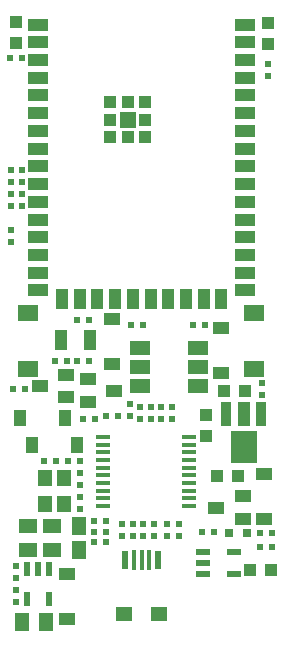
<source format=gbr>
G04 #@! TF.GenerationSoftware,KiCad,Pcbnew,5.1.0-rc2-unknown-036be7d~80~ubuntu16.04.1*
G04 #@! TF.CreationDate,2020-07-14T15:33:40+03:00*
G04 #@! TF.ProjectId,ESP32-S2-DevKit-Lipo_Rev_B,45535033-322d-4533-922d-4465764b6974,B*
G04 #@! TF.SameCoordinates,Original*
G04 #@! TF.FileFunction,Paste,Top*
G04 #@! TF.FilePolarity,Positive*
%FSLAX46Y46*%
G04 Gerber Fmt 4.6, Leading zero omitted, Abs format (unit mm)*
G04 Created by KiCad (PCBNEW 5.1.0-rc2-unknown-036be7d~80~ubuntu16.04.1) date 2020-07-14 15:33:40*
%MOMM*%
%LPD*%
G04 APERTURE LIST*
%ADD10R,1.000000X1.400000*%
%ADD11R,0.550000X0.500000*%
%ADD12R,1.000000X1.800000*%
%ADD13R,0.500000X0.550000*%
%ADD14R,1.400000X1.000000*%
%ADD15R,2.200000X2.800000*%
%ADD16R,0.900000X2.100000*%
%ADD17R,1.000000X2.100000*%
%ADD18R,1.524000X1.270000*%
%ADD19R,0.800000X0.800000*%
%ADD20R,1.200000X1.400000*%
%ADD21R,1.200000X0.550000*%
%ADD22R,1.270000X0.325000*%
%ADD23R,0.500000X1.650000*%
%ADD24R,0.396120X1.721120*%
%ADD25R,1.354000X1.254000*%
%ADD26R,1.754000X1.327000*%
%ADD27R,1.016000X1.016000*%
%ADD28R,1.700000X1.200000*%
%ADD29R,1.700000X1.100000*%
%ADD30R,1.398000X1.398000*%
%ADD31R,1.100000X1.700000*%
%ADD32R,1.098000X1.098000*%
%ADD33R,1.270000X1.524000*%
%ADD34R,0.550000X1.200000*%
G04 APERTURE END LIST*
D10*
X137028000Y-100457000D03*
X133228000Y-100457000D03*
D11*
X142494000Y-99314000D03*
X142494000Y-100330000D03*
D12*
X139172000Y-93853000D03*
X136672000Y-93853000D03*
D13*
X136144000Y-95631000D03*
X137160000Y-95631000D03*
X139065000Y-95631000D03*
X138049000Y-95631000D03*
D14*
X138973560Y-97221040D03*
X138973560Y-99123500D03*
X141183360Y-98168460D03*
D15*
X152146000Y-102977000D03*
D16*
X150646000Y-100127000D03*
D17*
X152146000Y-100127000D03*
D16*
X153646000Y-100127000D03*
D18*
X133858000Y-111633000D03*
X133858000Y-109601000D03*
D19*
X150876000Y-110236000D03*
X152400000Y-110236000D03*
D20*
X136944000Y-105580000D03*
X135344000Y-107780000D03*
X136944000Y-107780000D03*
X135344000Y-105580000D03*
D14*
X152046940Y-109026960D03*
X152046940Y-107124500D03*
X149837140Y-108079540D03*
X134914640Y-97792540D03*
X137124440Y-96837500D03*
X137124440Y-98739960D03*
D21*
X148687000Y-111826000D03*
X148687000Y-112776000D03*
X148687000Y-113726000D03*
X151287000Y-111826000D03*
X151287000Y-113726000D03*
D22*
X147510500Y-102104000D03*
X147510500Y-102754000D03*
X147510500Y-103404000D03*
X147510500Y-104054000D03*
X147510500Y-104704000D03*
X147510500Y-105354000D03*
X147510500Y-106004000D03*
X147510500Y-106654000D03*
X147510500Y-107304000D03*
X147510500Y-107954000D03*
X140271500Y-107954000D03*
X140271500Y-107304000D03*
X140271500Y-106654000D03*
X140271500Y-106004000D03*
X140271500Y-105354000D03*
X140271500Y-104704000D03*
X140271500Y-104054000D03*
X140271500Y-103404000D03*
X140271500Y-102754000D03*
X140271500Y-102104000D03*
D23*
X142122500Y-112547000D03*
D24*
X142860000Y-112547000D03*
X143510000Y-112547000D03*
X144160000Y-112547000D03*
D23*
X144897500Y-112547000D03*
D25*
X142010000Y-117097000D03*
X145010000Y-117097000D03*
D26*
X133858000Y-96370000D03*
X133858000Y-91590000D03*
D14*
X137160000Y-113670000D03*
X137160000Y-117470000D03*
X153860500Y-109024500D03*
X153860500Y-105224500D03*
D10*
X138044000Y-102743000D03*
X134244000Y-102743000D03*
D27*
X154495500Y-113347500D03*
X152717500Y-113347500D03*
D13*
X154559000Y-110236000D03*
X153543000Y-110236000D03*
D11*
X145669000Y-110490000D03*
X145669000Y-109474000D03*
X142748000Y-109474000D03*
X142748000Y-110490000D03*
X143637000Y-109474000D03*
X143637000Y-110490000D03*
D13*
X148590000Y-110109000D03*
X149606000Y-110109000D03*
X154559000Y-111379000D03*
X153543000Y-111379000D03*
X139446000Y-109220000D03*
X140462000Y-109220000D03*
X140462000Y-110109000D03*
X139446000Y-110109000D03*
X136271000Y-104140000D03*
X135255000Y-104140000D03*
X138557000Y-100584000D03*
X139573000Y-100584000D03*
D11*
X132842000Y-113029999D03*
X132842000Y-114045999D03*
X132461000Y-84582000D03*
X132461000Y-85598000D03*
X132461000Y-81533999D03*
X132461000Y-82549999D03*
X132842000Y-116077999D03*
X132842000Y-115061999D03*
X133350000Y-80518000D03*
X133350000Y-79502000D03*
X141859000Y-110490000D03*
X141859000Y-109474000D03*
X138303000Y-105156000D03*
X138303000Y-106172000D03*
D13*
X140462000Y-110998000D03*
X139446000Y-110998000D03*
D26*
X153035000Y-91590000D03*
X153035000Y-96370000D03*
D27*
X151638000Y-105410000D03*
X149860000Y-105410000D03*
D11*
X133350000Y-82549999D03*
X133350000Y-81533999D03*
X143383000Y-100584000D03*
X143383000Y-99568000D03*
X146050000Y-100584000D03*
X146050000Y-99568000D03*
D13*
X140462000Y-100330000D03*
X141478000Y-100330000D03*
D11*
X132461000Y-79502000D03*
X132461000Y-80518000D03*
X144272000Y-99568000D03*
X144272000Y-100584000D03*
X145161000Y-99568000D03*
X145161000Y-100584000D03*
X144526000Y-109474000D03*
X144526000Y-110490000D03*
X154178000Y-70485000D03*
X154178000Y-71501000D03*
D13*
X138049000Y-92202000D03*
X139065000Y-92202000D03*
X142621000Y-92583000D03*
X143637000Y-92583000D03*
D28*
X143346000Y-94539000D03*
X143346000Y-96139000D03*
X143346000Y-97739000D03*
X148246000Y-97739000D03*
X148246000Y-96139000D03*
X148246000Y-94539000D03*
D29*
X134760000Y-67184000D03*
D30*
X142320000Y-75234000D03*
D29*
X134760000Y-68684000D03*
X134760000Y-70184000D03*
X134760000Y-71684000D03*
X134760000Y-73184000D03*
X134760000Y-74684000D03*
X134760000Y-76184000D03*
X134760000Y-77684000D03*
X134760000Y-79184000D03*
X134760000Y-80684000D03*
X134760000Y-82184000D03*
X134760000Y-83684000D03*
X134760000Y-85184000D03*
X134760000Y-86684000D03*
X134760000Y-88184000D03*
X134760000Y-89684000D03*
D31*
X136760000Y-90434000D03*
X138260000Y-90434000D03*
X139760000Y-90434000D03*
X141260000Y-90434000D03*
X142760000Y-90434000D03*
X144260000Y-90434000D03*
X145760000Y-90434000D03*
X147260000Y-90434000D03*
X148760000Y-90434000D03*
X150260000Y-90434000D03*
D29*
X152260000Y-89684000D03*
X152260000Y-88184000D03*
X152260000Y-86684000D03*
X152260000Y-85184000D03*
X152260000Y-83684000D03*
X152260000Y-82184000D03*
X152260000Y-80684000D03*
X152260000Y-79184000D03*
X152260000Y-77684000D03*
X152260000Y-76184000D03*
X152260000Y-74684000D03*
X152260000Y-73184000D03*
X152260000Y-71684000D03*
X152260000Y-70184000D03*
X152260000Y-68684000D03*
X152260000Y-67184000D03*
D32*
X140820000Y-73734000D03*
X142320000Y-73734000D03*
X143820000Y-73734000D03*
X140820000Y-75234000D03*
X143820000Y-75234000D03*
X140820000Y-76734000D03*
X142320000Y-76734000D03*
X143820000Y-76734000D03*
D11*
X153670000Y-97536000D03*
X153670000Y-98552000D03*
X146685000Y-110490000D03*
X146685000Y-109474000D03*
X138303000Y-108204000D03*
X138303000Y-107188000D03*
D27*
X148971000Y-100203000D03*
X148971000Y-101981000D03*
D13*
X137287000Y-104140000D03*
X138303000Y-104140000D03*
D18*
X135890000Y-111633000D03*
X135890000Y-109601000D03*
D33*
X133350000Y-117729000D03*
X135382000Y-117729000D03*
D27*
X152273000Y-98171000D03*
X150495000Y-98171000D03*
X132842000Y-66929000D03*
X132842000Y-68707000D03*
D13*
X133604000Y-98044000D03*
X132588000Y-98044000D03*
X147828000Y-92583000D03*
X148844000Y-92583000D03*
D27*
X154178000Y-67056000D03*
X154178000Y-68834000D03*
D13*
X133350000Y-69977000D03*
X132334000Y-69977000D03*
D33*
X138176000Y-111633000D03*
X138176000Y-109601000D03*
D34*
X135697000Y-113254000D03*
X134747000Y-113254000D03*
X133797000Y-113254000D03*
X135697000Y-115854000D03*
X133797000Y-115854000D03*
D14*
X150241000Y-96642000D03*
X150241000Y-92842000D03*
X140970000Y-92080000D03*
X140970000Y-95880000D03*
M02*

</source>
